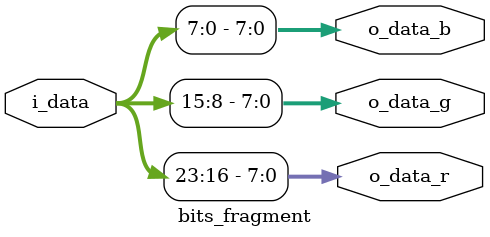
<source format=v>
`timescale 1ns / 1ps


module bits_fragment(
    i_data, o_data_r, o_data_g, o_data_b
    );
    input [23:0] i_data;

    output wire [7:0] o_data_r;
    output wire [7:0] o_data_g;
    output wire [7:0] o_data_b;

    assign  o_data_r = i_data[23:16],
            o_data_g = i_data[15:8],
            o_data_b = i_data[7:0];

endmodule

</source>
